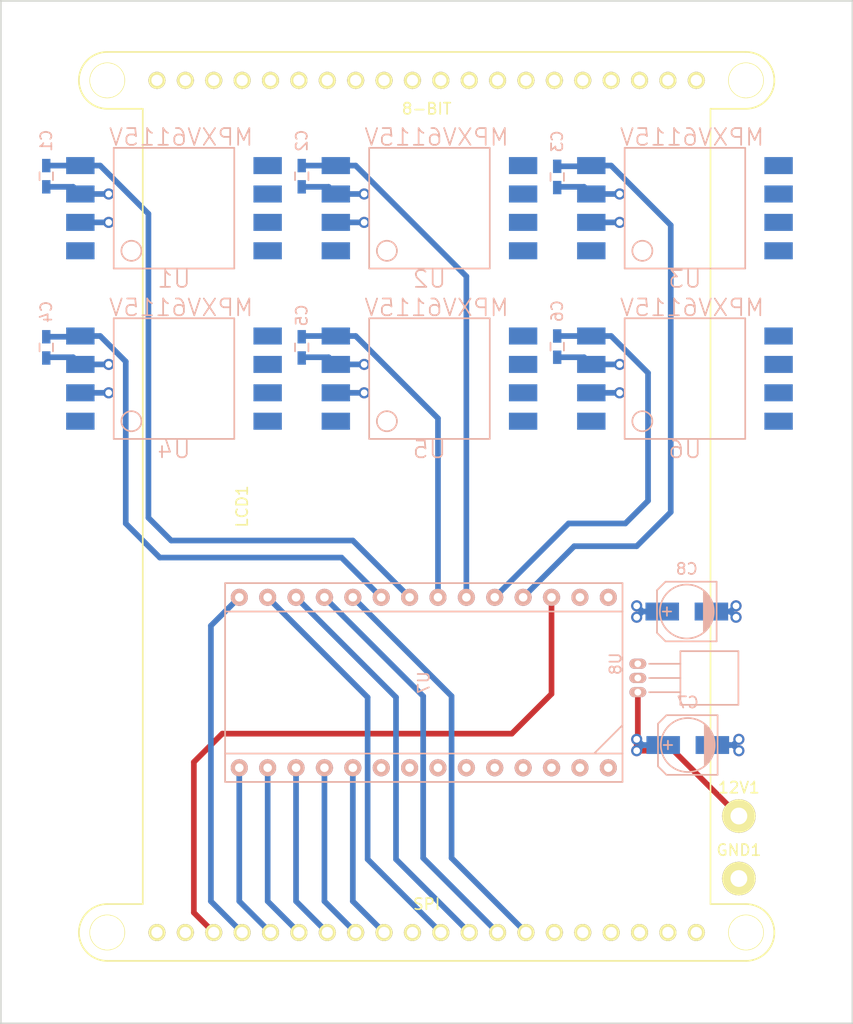
<source format=kicad_pcb>
(kicad_pcb (version 20221018) (generator pcbnew)
  (layers (0 "F.Cu" signal) (1 "In1.Cu" signal) (2 "In2.Cu" signal "GND_In2.Cu") (31 "B.Cu" signal) (34 "B.Paste" user) (35 "F.Paste" user) (36 "B.SilkS" user "B.Silkscreen") (37 "F.SilkS" user "F.Silkscreen") (38 "B.Mask" user) (39 "F.Mask" user) (44 "Edge.Cuts" user))
  (net 0 "")
  (net 1 "VAC1")
  (net 2 "GND")
  (net 3 "VAC3")
  (net 4 "VAC5")
  (net 5 "VAC2")
  (net 6 "VAC4")
  (net 7 "VAC6")
  (net 8 "+5V")
  (net 9 "Net-(LCD1-Pad10)")
  (net 10 "Net-(LCD1-Pad15)")
  (net 11 "Net-(LCD1-Pad16)")
  (net 12 "Net-(LCD1-Pad17)")
  (net 13 "Net-(LCD1-Pad18)")
  (net 14 "Net-(LCD1-Pad19)")
  (net 15 "Net-(LCD1-Pad20)")
  (net 16 "+3V3")
  (net 17 "LCD_CLK")
  (net 18 "LCD_MISO")
  (net 19 "LCD_MOSI")
  (net 20 "LCD_CS")
  (net 21 "LCD_D/C")
  (net 22 "LCD_RST")
  (net 23 "TOUCH_Y+")
  (net 24 "TOUCH_X+")
  (net 25 "TOUCH_Y-")
  (net 26 "TOUCH_X-")
  (net 27 "Net-(U1-Pad6)")
  (net 28 "Net-(U1-Pad7)")
  (net 29 "Net-(U1-Pad8)")
  (net 30 "Net-(U1-Pad5)")
  (net 31 "Net-(U1-Pad1)")
  (net 32 "Net-(U2-Pad6)")
  (net 33 "Net-(U2-Pad7)")
  (net 34 "Net-(U2-Pad8)")
  (net 35 "Net-(U2-Pad5)")
  (net 36 "Net-(U2-Pad1)")
  (net 37 "Net-(U3-Pad6)")
  (net 38 "Net-(U3-Pad7)")
  (net 39 "Net-(U3-Pad8)")
  (net 40 "Net-(U3-Pad5)")
  (net 41 "Net-(U3-Pad1)")
  (net 42 "Net-(U4-Pad6)")
  (net 43 "Net-(U4-Pad7)")
  (net 44 "Net-(U4-Pad8)")
  (net 45 "Net-(U4-Pad5)")
  (net 46 "Net-(U4-Pad1)")
  (net 47 "Net-(U5-Pad6)")
  (net 48 "Net-(U5-Pad7)")
  (net 49 "Net-(U5-Pad8)")
  (net 50 "Net-(U5-Pad5)")
  (net 51 "Net-(U5-Pad1)")
  (net 52 "Net-(U6-Pad6)")
  (net 53 "Net-(U6-Pad7)")
  (net 54 "Net-(U6-Pad8)")
  (net 55 "Net-(U6-Pad5)")
  (net 56 "Net-(U6-Pad1)")
  (net 57 "Net-(U7-Pad6)")
  (net 58 "Net-(U7-Pad5)")
  (net 59 "Net-(U7-Pad4)")
  (net 60 "Net-(U7-Pad3)")
  (net 61 "Net-(U7-Pad2)")
  (net 62 "Net-(U7-Pad7)")
  (net 63 "Net-(U7-Pad8)")
  (net 64 "Net-(U7-Pad9)")
  (net 65 "Net-(LCD1-Pad21)")
  (net 66 "Net-(LCD1-Pad22)")
  (net 67 "Net-(LCD1-Pad23)")
  (net 68 "Net-(LCD1-Pad24)")
  (net 69 "Net-(LCD1-Pad25)")
  (net 70 "Net-(LCD1-Pad26)")
  (net 71 "Net-(LCD1-Pad27)")
  (net 72 "Net-(LCD1-Pad28)")
  (net 73 "Net-(LCD1-Pad29)")
  (net 74 "Net-(LCD1-Pad30)")
  (net 75 "Net-(LCD1-Pad31)")
  (net 76 "Net-(LCD1-Pad32)")
  (net 77 "Net-(LCD1-Pad33)")
  (net 78 "Net-(LCD1-Pad34)")
  (net 79 "Net-(LCD1-Pad35)")
  (net 80 "Net-(LCD1-Pad36)")
  (net 81 "Net-(LCD1-Pad37)")
  (net 82 "Net-(LCD1-Pad38)")
  (net 83 "+12V")
  (footprint "NQBit:ADAFRUIT_LCD" (layer "F.Cu") (at 122.936 63.5 90)
    (fp_text reference "LCD1" (at 0 -16.51 90) (layer "F.SilkS"))
    (fp_text value "ILI9341_Adafruit")
    (fp_text user "SPI" (at -35.56 0) (layer "F.SilkS"))
    (fp_text user "8-BIT" (at 35.56 0 180) (layer "F.SilkS"))
    (fp_line (start -40.64 -28.575) (end -40.64 28.575) (stroke (width 0.15)) (layer "F.SilkS"))
    (fp_line (start -35.56 -28.575) (end -35.56 -25.4) (stroke (width 0.15)) (layer "F.SilkS"))
    (fp_line (start -35.56 28.575) (end -35.56 25.4) (stroke (width 0.15)) (layer "F.SilkS"))
    (fp_line (start 35.56 -28.575) (end 35.56 -25.4) (stroke (width 0.15)) (layer "F.SilkS"))
    (fp_line (start 35.56 -25.4) (end -35.56 -25.4) (stroke (width 0.15)) (layer "F.SilkS"))
    (fp_line (start 35.56 25.4) (end -35.56 25.4) (stroke (width 0.15)) (layer "F.SilkS"))
    (fp_line (start 35.56 25.4) (end 35.56 28.575) (stroke (width 0.15)) (layer "F.SilkS"))
    (fp_line (start 40.64 -28.575) (end 40.64 28.575) (stroke (width 0.15)) (layer "F.SilkS"))
    (fp_arc (start -40.64 -28.575) (mid -38.1 -31.115) (end -35.56 -28.575) (stroke (width 0.15)) (layer "F.SilkS"))
    (fp_arc (start -35.56 28.575) (mid -38.1 31.115) (end -40.64 28.575) (stroke (width 0.15)) (layer "F.SilkS"))
    (fp_arc (start 35.56 -28.575) (mid 38.1 -31.115) (end 40.64 -28.575) (stroke (width 0.15)) (layer "F.SilkS"))
    (fp_arc (start 40.64 28.575) (mid 38.1 31.115) (end 35.56 28.575) (stroke (width 0.15)) (layer "F.SilkS"))
    (fp_circle (center -38.1 -28.575) (end -38.1 -30.099) (stroke (width 0.15)) (fill none) (layer "F.SilkS"))
    (fp_circle (center -38.1 28.575) (end -38.1 27.051) (stroke (width 0.15)) (fill none) (layer "F.SilkS"))
    (fp_circle (center 38.1 -28.575) (end 38.1 -30.099) (stroke (width 0.15)) (fill none) (layer "F.SilkS"))
    (fp_circle (center 38.1 28.575) (end 38.1 27.051) (stroke (width 0.15)) (fill none) (layer "F.SilkS"))
    (pad "1" thru_hole circle (at -38.1 -24.13 90) (size 1.524 1.524) (drill 1) (layers "*.Cu" "*.Mask" "F.SilkS") (net 2 "GND"))
    (pad "2" thru_hole circle (at -38.1 -21.59 90) (size 1.524 1.524) (drill 1) (layers "*.Cu" "*.Mask" "F.SilkS") (net 8 "+5V"))
    (pad "3" thru_hole circle (at -38.1 -19.05 90) (size 1.524 1.524) (drill 1) (layers "*.Cu" "*.Mask" "F.SilkS") (net 16 "+3V3"))
    (pad "4" thru_hole circle (at -38.1 -16.51 90) (size 1.524 1.524) (drill 1) (layers "*.Cu" "*.Mask" "F.SilkS") (net 17 "LCD_CLK"))
    (pad "5" thru_hole circle (at -38.1 -13.97 90) (size 1.524 1.524) (drill 1) (layers "*.Cu" "*.Mask" "F.SilkS") (net 18 "LCD_MISO"))
    (pad "6" thru_hole circle (at -38.1 -11.43 90) (size 1.524 1.524) (drill 1) (layers "*.Cu" "*.Mask" "F.SilkS") (net 19 "LCD_MOSI"))
    (pad "7" thru_hole circle (at -38.1 -8.89 90) (size 1.524 1.524) (drill 1) (layers "*.Cu" "*.Mask" "F.SilkS") (net 20 "LCD_CS"))
    (pad "8" thru_hole circle (at -38.1 -6.35 90) (size 1.524 1.524) (drill 1) (layers "*.Cu" "*.Mask" "F.SilkS") (net 21 "LCD_D/C"))
    (pad "9" thru_hole circle (at -38.1 -3.81 90) (size 1.524 1.524) (drill 1) (layers "*.Cu" "*.Mask" "F.SilkS") (net 22 "LCD_RST"))
    (pad "10" thru_hole circle (at -38.1 -1.27 90) (size 1.524 1.524) (drill 1) (layers "*.Cu" "*.Mask" "F.SilkS") (net 9 "Net-(LCD1-Pad10)"))
    (pad "11" thru_hole circle (at -38.1 1.27 90) (size 1.524 1.524) (drill 1) (layers "*.Cu" "*.Mask" "F.SilkS") (net 23 "TOUCH_Y+"))
    (pad "12" thru_hole circle (at -38.1 3.81 90) (size 1.524 1.524) (drill 1) (layers "*.Cu" "*.Mask" "F.SilkS") (net 24 "TOUCH_X+"))
    (pad "13" thru_hole circle (at -38.1 6.35 90) (size 1.524 1.524) (drill 1) (layers "*.Cu" "*.Mask" "F.SilkS") (net 25 "TOUCH_Y-"))
    (pad "14" thru_hole circle (at -38.1 8.89 90) (size 1.524 1.524) (drill 1) (layers "*.Cu" "*.Mask" "F.SilkS") (net 26 "TOUCH_X-"))
    (pad "15" thru_hole circle (at -38.1 11.43 90) (size 1.524 1.524) (drill 1) (layers "*.Cu" "*.Mask" "F.SilkS") (net 10 "Net-(LCD1-Pad15)"))
    (pad "16" thru_hole circle (at -38.1 13.97 90) (size 1.524 1.524) (drill 1) (layers "*.Cu" "*.Mask" "F.SilkS") (net 11 "Net-(LCD1-Pad16)"))
    (pad "17" thru_hole circle (at -38.1 16.51 90) (size 1.524 1.524) (drill 1) (layers "*.Cu" "*.Mask" "F.SilkS") (net 12 "Net-(LCD1-Pad17)"))
    (pad "18" thru_hole circle (at -38.1 19.05 90) (size 1.524 1.524) (drill 1) (layers "*.Cu" "*.Mask" "F.SilkS") (net 13 "Net-(LCD1-Pad18)"))
    (pad "19" thru_hole circle (at -38.1 21.59 90) (size 1.524 1.524) (drill 1) (layers "*.Cu" "*.Mask" "F.SilkS") (net 14 "Net-(LCD1-Pad19)"))
    (pad "20" thru_hole circle (at -38.1 24.13 90) (size 1.524 1.524) (drill 1) (layers "*.Cu" "*.Mask" "F.SilkS") (net 15 "Net-(LCD1-Pad20)"))
    (pad "21" thru_hole circle (at 38.1 24.13 90) (size 1.524 1.524) (drill 1) (layers "*.Cu" "*.Mask" "F.SilkS") (net 65 "Net-(LCD1-Pad21)"))
    (pad "22" thru_hole circle (at 38.1 21.59 90) (size 1.524 1.524) (drill 1) (layers "*.Cu" "*.Mask" "F.SilkS") (net 66 "Net-(LCD1-Pad22)"))
    (pad "23" thru_hole circle (at 38.1 19.05 90) (size 1.524 1.524) (drill 1) (layers "*.Cu" "*.Mask" "F.SilkS") (net 67 "Net-(LCD1-Pad23)"))
    (pad "24" thru_hole circle (at 38.1 16.51 90) (size 1.524 1.524) (drill 1) (layers "*.Cu" "*.Mask" "F.SilkS") (net 68 "Net-(LCD1-Pad24)"))
    (pad "25" thru_hole circle (at 38.1 13.97 90) (size 1.524 1.524) (drill 1) (layers "*.Cu" "*.Mask" "F.SilkS") (net 69 "Net-(LCD1-Pad25)"))
    (pad "26" thru_hole circle (at 38.1 11.43 90) (size 1.524 1.524) (drill 1) (layers "*.Cu" "*.Mask" "F.SilkS") (net 70 "Net-(LCD1-Pad26)"))
    (pad "27" thru_hole circle (at 38.1 8.89 90) (size 1.524 1.524) (drill 1) (layers "*.Cu" "*.Mask" "F.SilkS") (net 71 "Net-(LCD1-Pad27)"))
    (pad "28" thru_hole circle (at 38.1 6.35 90) (size 1.524 1.524) (drill 1) (layers "*.Cu" "*.Mask" "F.SilkS") (net 72 "Net-(LCD1-Pad28)"))
    (pad "29" thru_hole circle (at 38.1 3.81 90) (size 1.524 1.524) (drill 1) (layers "*.Cu" "*.Mask" "F.SilkS") (net 73 "Net-(LCD1-Pad29)"))
    (pad "30" thru_hole circle (at 38.1 1.27 90) (size 1.524 1.524) (drill 1) (layers "*.Cu" "*.Mask" "F.SilkS") (net 74 "Net-(LCD1-Pad30)"))
    (pad "31" thru_hole circle (at 38.1 -1.27 90) (size 1.524 1.524) (drill 1) (layers "*.Cu" "*.Mask" "F.SilkS") (net 75 "Net-(LCD1-Pad31)"))
    (pad "32" thru_hole circle (at 38.1 -3.81 90) (size 1.524 1.524) (drill 1) (layers "*.Cu" "*.Mask" "F.SilkS") (net 76 "Net-(LCD1-Pad32)"))
    (pad "33" thru_hole circle (at 38.1 -6.35 90) (size 1.524 1.524) (drill 1) (layers "*.Cu" "*.Mask" "F.SilkS") (net 77 "Net-(LCD1-Pad33)"))
    (pad "34" thru_hole circle (at 38.1 -8.89 90) (size 1.524 1.524) (drill 1) (layers "*.Cu" "*.Mask" "F.SilkS") (net 78 "Net-(LCD1-Pad34)"))
    (pad "35" thru_hole circle (at 38.1 -11.43 90) (size 1.524 1.524) (drill 1) (layers "*.Cu" "*.Mask" "F.SilkS") (net 79 "Net-(LCD1-Pad35)"))
    (pad "36" thru_hole circle (at 38.1 -13.97 90) (size 1.524 1.524) (drill 1) (layers "*.Cu" "*.Mask" "F.SilkS") (net 80 "Net-(LCD1-Pad36)"))
    (pad "37" thru_hole circle (at 38.1 -16.51 90) (size 1.524 1.524) (drill 1) (layers "*.Cu" "*.Mask" "F.SilkS") (net 81 "Net-(LCD1-Pad37)"))
    (pad "38" thru_hole circle (at 38.1 -19.05 90) (size 1.524 1.524) (drill 1) (layers "*.Cu" "*.Mask" "F.SilkS") (net 82 "Net-(LCD1-Pad38)"))
    (pad "39" thru_hole circle (at 38.1 -21.59 90) (size 1.524 1.524) (drill 1) (layers "*.Cu" "*.Mask" "F.SilkS") (net 8 "+5V"))
    (pad "40" thru_hole circle (at 38.1 -24.13 90) (size 1.524 1.524) (drill 1) (layers "*.Cu" "*.Mask" "F.SilkS") (net 2 "GND"))
    (pad "MECH" thru_hole circle (at -38.1 -28.575 90) (size 3.048 3.048) (drill 3.048) (layers "*.Cu" "*.Mask" "F.SilkS"))
    (pad "MECH" thru_hole circle (at -38.1 28.575 90) (size 3.048 3.048) (drill 3.048) (layers "*.Cu" "*.Mask" "F.SilkS"))
    (pad "MECH" thru_hole circle (at 38.1 -28.575 90) (size 3.048 3.048) (drill 3.048) (layers "*.Cu" "*.Mask" "F.SilkS"))
    (pad "MECH" thru_hole circle (at 38.1 28.575 90) (size 3.048 3.048) (drill 3.048) (layers "*.Cu" "*.Mask" "F.SilkS"))
  )
  (footprint "Measurement_Points:Measurement_Point_Round-TH_Big" (layer "F.Cu") (at 150.876 96.774)
    (fp_text reference "GND1" (at 0 -2.54) (layer "F.SilkS"))
    (fp_text value "GND")
    (pad "1" thru_hole circle (at 0 0) (size 2.99974 2.99974) (drill 1.50114) (layers "*.Cu" "*.Mask" "F.SilkS") (net 2 "GND"))
  )
  (footprint "Measurement_Points:Measurement_Point_Round-TH_Big" (layer "F.Cu") (at 150.876 91.186)
    (fp_text reference "12V1" (at 0 -2.54) (layer "F.SilkS"))
    (fp_text value "12V")
    (pad "1" thru_hole circle (at 0 0) (size 2.99974 2.99974) (drill 1.50114) (layers "*.Cu" "*.Mask" "F.SilkS") (net 83 "+12V"))
  )
  (footprint "Capacitors_SMD:C_0603_HandSoldering" (layer "B.Cu") (at 88.9 33.97 -90)
    (fp_text reference "C1" (at -3.175 0 270) (layer "B.SilkS") (effects (justify mirror)))
    (fp_text value "100nF")
    (fp_line (start -0.35 0.6) (end 0.35 0.6) (stroke (width 0.15)) (layer "B.SilkS"))
    (fp_line (start 0.35 -0.6) (end -0.35 -0.6) (stroke (width 0.15)) (layer "B.SilkS"))
    (pad "1" smd rect (at -0.95 0 270) (size 1.2 0.75) (layers "B.Cu" "B.Paste" "B.Mask") (net 1 "VAC1"))
    (pad "2" smd rect (at 0.95 0 270) (size 1.2 0.75) (layers "B.Cu" "B.Paste" "B.Mask") (net 2 "GND"))
  )
  (footprint "Capacitors_SMD:C_0603_HandSoldering" (layer "B.Cu") (at 111.76 33.97 -90)
    (fp_text reference "C2" (at -3.175 0 270) (layer "B.SilkS") (effects (justify mirror)))
    (fp_text value "100nF")
    (fp_line (start -0.35 0.6) (end 0.35 0.6) (stroke (width 0.15)) (layer "B.SilkS"))
    (fp_line (start 0.35 -0.6) (end -0.35 -0.6) (stroke (width 0.15)) (layer "B.SilkS"))
    (pad "1" smd rect (at -0.95 0 270) (size 1.2 0.75) (layers "B.Cu" "B.Paste" "B.Mask") (net 5 "VAC2"))
    (pad "2" smd rect (at 0.95 0 270) (size 1.2 0.75) (layers "B.Cu" "B.Paste" "B.Mask") (net 2 "GND"))
  )
  (footprint "Capacitors_SMD:C_0603_HandSoldering" (layer "B.Cu") (at 134.62 34.036 -90)
    (fp_text reference "C3" (at -3.175 0 270) (layer "B.SilkS") (effects (justify mirror)))
    (fp_text value "100nF")
    (fp_line (start -0.35 0.6) (end 0.35 0.6) (stroke (width 0.15)) (layer "B.SilkS"))
    (fp_line (start 0.35 -0.6) (end -0.35 -0.6) (stroke (width 0.15)) (layer "B.SilkS"))
    (pad "1" smd rect (at -0.95 0 270) (size 1.2 0.75) (layers "B.Cu" "B.Paste" "B.Mask") (net 3 "VAC3"))
    (pad "2" smd rect (at 0.95 0 270) (size 1.2 0.75) (layers "B.Cu" "B.Paste" "B.Mask") (net 2 "GND"))
  )
  (footprint "Capacitors_SMD:C_0603_HandSoldering" (layer "B.Cu") (at 88.9 49.276 -90)
    (fp_text reference "C4" (at -3.175 0 270) (layer "B.SilkS") (effects (justify mirror)))
    (fp_text value "100nF")
    (fp_line (start -0.35 0.6) (end 0.35 0.6) (stroke (width 0.15)) (layer "B.SilkS"))
    (fp_line (start 0.35 -0.6) (end -0.35 -0.6) (stroke (width 0.15)) (layer "B.SilkS"))
    (pad "1" smd rect (at -0.95 0 270) (size 1.2 0.75) (layers "B.Cu" "B.Paste" "B.Mask") (net 6 "VAC4"))
    (pad "2" smd rect (at 0.95 0 270) (size 1.2 0.75) (layers "B.Cu" "B.Paste" "B.Mask") (net 2 "GND"))
  )
  (footprint "Capacitors_SMD:C_0603_HandSoldering" (layer "B.Cu") (at 111.76 49.276 -90)
    (fp_text reference "C5" (at -2.855 0 270) (layer "B.SilkS") (effects (justify mirror)))
    (fp_text value "100nF")
    (fp_line (start -0.35 0.6) (end 0.35 0.6) (stroke (width 0.15)) (layer "B.SilkS"))
    (fp_line (start 0.35 -0.6) (end -0.35 -0.6) (stroke (width 0.15)) (layer "B.SilkS"))
    (pad "1" smd rect (at -0.95 0 270) (size 1.2 0.75) (layers "B.Cu" "B.Paste" "B.Mask") (net 4 "VAC5"))
    (pad "2" smd rect (at 0.95 0 270) (size 1.2 0.75) (layers "B.Cu" "B.Paste" "B.Mask") (net 2 "GND"))
  )
  (footprint "Capacitors_SMD:C_0603_HandSoldering" (layer "B.Cu") (at 134.62 49.21 -90)
    (fp_text reference "C6" (at -3.175 0 270) (layer "B.SilkS") (effects (justify mirror)))
    (fp_text value "100nF")
    (fp_line (start -0.35 0.6) (end 0.35 0.6) (stroke (width 0.15)) (layer "B.SilkS"))
    (fp_line (start 0.35 -0.6) (end -0.35 -0.6) (stroke (width 0.15)) (layer "B.SilkS"))
    (pad "1" smd rect (at -0.95 0 270) (size 1.2 0.75) (layers "B.Cu" "B.Paste" "B.Mask") (net 7 "VAC6"))
    (pad "2" smd rect (at 0.95 0 270) (size 1.2 0.75) (layers "B.Cu" "B.Paste" "B.Mask") (net 2 "GND"))
  )
  (footprint "NQBit:MPXV6115V" (layer "B.Cu") (at 100.33 36.83)
    (fp_text reference "U1" (at 0 6.35) (layer "B.SilkS") (effects (font (size 1.5 1.5)) (justify mirror)))
    (fp_text value "MPXV6115V" (at 0.635 -6.35) (layer "B.SilkS") (effects (font (size 1.5 1.5)) (justify mirror)))
    (fp_line (start -5.395 -5.395) (end -5.395 5.395) (stroke (width 0.15)) (layer "B.SilkS"))
    (fp_line (start -5.395 5.395) (end 5.395 5.395) (stroke (width 0.15)) (layer "B.SilkS"))
    (fp_line (start 5.395 -5.395) (end -5.395 -5.395) (stroke (width 0.15)) (layer "B.SilkS"))
    (fp_line (start 5.395 5.395) (end 5.395 -5.395) (stroke (width 0.15)) (layer "B.SilkS"))
    (fp_circle (center -3.81 3.81) (end -3.175 4.445) (stroke (width 0.15)) (fill none) (layer "B.SilkS"))
    (pad "1" smd rect (at -8.38 3.81) (size 2.54 1.524) (layers "B.Cu" "B.Paste" "B.Mask") (net 31 "Net-(U1-Pad1)"))
    (pad "2" smd rect (at -8.38 1.27) (size 2.54 1.524) (layers "B.Cu" "B.Paste" "B.Mask") (net 8 "+5V"))
    (pad "3" smd rect (at -8.38 -1.27) (size 2.54 1.524) (layers "B.Cu" "B.Paste" "B.Mask") (net 2 "GND"))
    (pad "4" smd rect (at -8.38 -3.81) (size 2.54 1.524) (layers "B.Cu" "B.Paste" "B.Mask") (net 1 "VAC1"))
    (pad "5" smd rect (at 8.38 -3.81) (size 2.54 1.524) (layers "B.Cu" "B.Paste" "B.Mask") (net 30 "Net-(U1-Pad5)"))
    (pad "6" smd rect (at 8.38 -1.27) (size 2.54 1.524) (layers "B.Cu" "B.Paste" "B.Mask") (net 27 "Net-(U1-Pad6)"))
    (pad "7" smd rect (at 8.38 1.27) (size 2.54 1.524) (layers "B.Cu" "B.Paste" "B.Mask") (net 28 "Net-(U1-Pad7)"))
    (pad "8" smd rect (at 8.38 3.81) (size 2.54 1.524) (layers "B.Cu" "B.Paste" "B.Mask") (net 29 "Net-(U1-Pad8)"))
  )
  (footprint "NQBit:MPXV6115V" (layer "B.Cu") (at 123.19 36.83)
    (fp_text reference "U2" (at 0 6.35) (layer "B.SilkS") (effects (font (size 1.5 1.5)) (justify mirror)))
    (fp_text value "MPXV6115V" (at 0.635 -6.35) (layer "B.SilkS") (effects (font (size 1.5 1.5)) (justify mirror)))
    (fp_line (start -5.395 -5.395) (end -5.395 5.395) (stroke (width 0.15)) (layer "B.SilkS"))
    (fp_line (start -5.395 5.395) (end 5.395 5.395) (stroke (width 0.15)) (layer "B.SilkS"))
    (fp_line (start 5.395 -5.395) (end -5.395 -5.395) (stroke (width 0.15)) (layer "B.SilkS"))
    (fp_line (start 5.395 5.395) (end 5.395 -5.395) (stroke (width 0.15)) (layer "B.SilkS"))
    (fp_circle (center -3.81 3.81) (end -3.175 4.445) (stroke (width 0.15)) (fill none) (layer "B.SilkS"))
    (pad "1" smd rect (at -8.38 3.81) (size 2.54 1.524) (layers "B.Cu" "B.Paste" "B.Mask") (net 36 "Net-(U2-Pad1)"))
    (pad "2" smd rect (at -8.38 1.27) (size 2.54 1.524) (layers "B.Cu" "B.Paste" "B.Mask") (net 8 "+5V"))
    (pad "3" smd rect (at -8.38 -1.27) (size 2.54 1.524) (layers "B.Cu" "B.Paste" "B.Mask") (net 2 "GND"))
    (pad "4" smd rect (at -8.38 -3.81) (size 2.54 1.524) (layers "B.Cu" "B.Paste" "B.Mask") (net 5 "VAC2"))
    (pad "5" smd rect (at 8.38 -3.81) (size 2.54 1.524) (layers "B.Cu" "B.Paste" "B.Mask") (net 35 "Net-(U2-Pad5)"))
    (pad "6" smd rect (at 8.38 -1.27) (size 2.54 1.524) (layers "B.Cu" "B.Paste" "B.Mask") (net 32 "Net-(U2-Pad6)"))
    (pad "7" smd rect (at 8.38 1.27) (size 2.54 1.524) (layers "B.Cu" "B.Paste" "B.Mask") (net 33 "Net-(U2-Pad7)"))
    (pad "8" smd rect (at 8.38 3.81) (size 2.54 1.524) (layers "B.Cu" "B.Paste" "B.Mask") (net 34 "Net-(U2-Pad8)"))
  )
  (footprint "NQBit:MPXV6115V" (layer "B.Cu") (at 146.05 36.83)
    (fp_text reference "U3" (at 0 6.35) (layer "B.SilkS") (effects (font (size 1.5 1.5)) (justify mirror)))
    (fp_text value "MPXV6115V" (at 0.635 -6.35) (layer "B.SilkS") (effects (font (size 1.5 1.5)) (justify mirror)))
    (fp_line (start -5.395 -5.395) (end -5.395 5.395) (stroke (width 0.15)) (layer "B.SilkS"))
    (fp_line (start -5.395 5.395) (end 5.395 5.395) (stroke (width 0.15)) (layer "B.SilkS"))
    (fp_line (start 5.395 -5.395) (end -5.395 -5.395) (stroke (width 0.15)) (layer "B.SilkS"))
    (fp_line (start 5.395 5.395) (end 5.395 -5.395) (stroke (width 0.15)) (layer "B.SilkS"))
    (fp_circle (center -3.81 3.81) (end -3.175 4.445) (stroke (width 0.15)) (fill none) (layer "B.SilkS"))
    (pad "1" smd rect (at -8.38 3.81) (size 2.54 1.524) (layers "B.Cu" "B.Paste" "B.Mask") (net 41 "Net-(U3-Pad1)"))
    (pad "2" smd rect (at -8.38 1.27) (size 2.54 1.524) (layers "B.Cu" "B.Paste" "B.Mask") (net 8 "+5V"))
    (pad "3" smd rect (at -8.38 -1.27) (size 2.54 1.524) (layers "B.Cu" "B.Paste" "B.Mask") (net 2 "GND"))
    (pad "4" smd rect (at -8.38 -3.81) (size 2.54 1.524) (layers "B.Cu" "B.Paste" "B.Mask") (net 3 "VAC3"))
    (pad "5" smd rect (at 8.38 -3.81) (size 2.54 1.524) (layers "B.Cu" "B.Paste" "B.Mask") (net 40 "Net-(U3-Pad5)"))
    (pad "6" smd rect (at 8.38 -1.27) (size 2.54 1.524) (layers "B.Cu" "B.Paste" "B.Mask") (net 37 "Net-(U3-Pad6)"))
    (pad "7" smd rect (at 8.38 1.27) (size 2.54 1.524) (layers "B.Cu" "B.Paste" "B.Mask") (net 38 "Net-(U3-Pad7)"))
    (pad "8" smd rect (at 8.38 3.81) (size 2.54 1.524) (layers "B.Cu" "B.Paste" "B.Mask") (net 39 "Net-(U3-Pad8)"))
  )
  (footprint "NQBit:MPXV6115V" (layer "B.Cu") (at 100.33 52.07)
    (fp_text reference "U4" (at 0 6.35) (layer "B.SilkS") (effects (font (size 1.5 1.5)) (justify mirror)))
    (fp_text value "MPXV6115V" (at 0.635 -6.35) (layer "B.SilkS") (effects (font (size 1.5 1.5)) (justify mirror)))
    (fp_line (start -5.395 -5.395) (end -5.395 5.395) (stroke (width 0.15)) (layer "B.SilkS"))
    (fp_line (start -5.395 5.395) (end 5.395 5.395) (stroke (width 0.15)) (layer "B.SilkS"))
    (fp_line (start 5.395 -5.395) (end -5.395 -5.395) (stroke (width 0.15)) (layer "B.SilkS"))
    (fp_line (start 5.395 5.395) (end 5.395 -5.395) (stroke (width 0.15)) (layer "B.SilkS"))
    (fp_circle (center -3.81 3.81) (end -3.175 4.445) (stroke (width 0.15)) (fill none) (layer "B.SilkS"))
    (pad "1" smd rect (at -8.38 3.81) (size 2.54 1.524) (layers "B.Cu" "B.Paste" "B.Mask") (net 46 "Net-(U4-Pad1)"))
    (pad "2" smd rect (at -8.38 1.27) (size 2.54 1.524) (layers "B.Cu" "B.Paste" "B.Mask") (net 8 "+5V"))
    (pad "3" smd rect (at -8.38 -1.27) (size 2.54 1.524) (layers "B.Cu" "B.Paste" "B.Mask") (net 2 "GND"))
    (pad "4" smd rect (at -8.38 -3.81) (size 2.54 1.524) (layers "B.Cu" "B.Paste" "B.Mask") (net 6 "VAC4"))
    (pad "5" smd rect (at 8.38 -3.81) (size 2.54 1.524) (layers "B.Cu" "B.Paste" "B.Mask") (net 45 "Net-(U4-Pad5)"))
    (pad "6" smd rect (at 8.38 -1.27) (size 2.54 1.524) (layers "B.Cu" "B.Paste" "B.Mask") (net 42 "Net-(U4-Pad6)"))
    (pad "7" smd rect (at 8.38 1.27) (size 2.54 1.524) (layers "B.Cu" "B.Paste" "B.Mask") (net 43 "Net-(U4-Pad7)"))
    (pad "8" smd rect (at 8.38 3.81) (size 2.54 1.524) (layers "B.Cu" "B.Paste" "B.Mask") (net 44 "Net-(U4-Pad8)"))
  )
  (footprint "NQBit:MPXV6115V" (layer "B.Cu") (at 123.19 52.07)
    (fp_text reference "U5" (at 0 6.35) (layer "B.SilkS") (effects (font (size 1.5 1.5)) (justify mirror)))
    (fp_text value "MPXV6115V" (at 0.635 -6.35) (layer "B.SilkS") (effects (font (size 1.5 1.5)) (justify mirror)))
    (fp_line (start -5.395 -5.395) (end -5.395 5.395) (stroke (width 0.15)) (layer "B.SilkS"))
    (fp_line (start -5.395 5.395) (end 5.395 5.395) (stroke (width 0.15)) (layer "B.SilkS"))
    (fp_line (start 5.395 -5.395) (end -5.395 -5.395) (stroke (width 0.15)) (layer "B.SilkS"))
    (fp_line (start 5.395 5.395) (end 5.395 -5.395) (stroke (width 0.15)) (layer "B.SilkS"))
    (fp_circle (center -3.81 3.81) (end -3.175 4.445) (stroke (width 0.15)) (fill none) (layer "B.SilkS"))
    (pad "1" smd rect (at -8.38 3.81) (size 2.54 1.524) (layers "B.Cu" "B.Paste" "B.Mask") (net 51 "Net-(U5-Pad1)"))
    (pad "2" smd rect (at -8.38 1.27) (size 2.54 1.524) (layers "B.Cu" "B.Paste" "B.Mask") (net 8 "+5V"))
    (pad "3" smd rect (at -8.38 -1.27) (size 2.54 1.524) (layers "B.Cu" "B.Paste" "B.Mask") (net 2 "GND"))
    (pad "4" smd rect (at -8.38 -3.81) (size 2.54 1.524) (layers "B.Cu" "B.Paste" "B.Mask") (net 4 "VAC5"))
    (pad "5" smd rect (at 8.38 -3.81) (size 2.54 1.524) (layers "B.Cu" "B.Paste" "B.Mask") (net 50 "Net-(U5-Pad5)"))
    (pad "6" smd rect (at 8.38 -1.27) (size 2.54 1.524) (layers "B.Cu" "B.Paste" "B.Mask") (net 47 "Net-(U5-Pad6)"))
    (pad "7" smd rect (at 8.38 1.27) (size 2.54 1.524) (layers "B.Cu" "B.Paste" "B.Mask") (net 48 "Net-(U5-Pad7)"))
    (pad "8" smd rect (at 8.38 3.81) (size 2.54 1.524) (layers "B.Cu" "B.Paste" "B.Mask") (net 49 "Net-(U5-Pad8)"))
  )
  (footprint "NQBit:MPXV6115V" (layer "B.Cu") (at 146.05 52.07)
    (fp_text reference "U6" (at 0 6.35) (layer "B.SilkS") (effects (font (size 1.5 1.5)) (justify mirror)))
    (fp_text value "MPXV6115V" (at 0.635 -6.35) (layer "B.SilkS") (effects (font (size 1.5 1.5)) (justify mirror)))
    (fp_line (start -5.395 -5.395) (end -5.395 5.395) (stroke (width 0.15)) (layer "B.SilkS"))
    (fp_line (start -5.395 5.395) (end 5.395 5.395) (stroke (width 0.15)) (layer "B.SilkS"))
    (fp_line (start 5.395 -5.395) (end -5.395 -5.395) (stroke (width 0.15)) (layer "B.SilkS"))
    (fp_line (start 5.395 5.395) (end 5.395 -5.395) (stroke (width 0.15)) (layer "B.SilkS"))
    (fp_circle (center -3.81 3.81) (end -3.175 4.445) (stroke (width 0.15)) (fill none) (layer "B.SilkS"))
    (pad "1" smd rect (at -8.38 3.81) (size 2.54 1.524) (layers "B.Cu" "B.Paste" "B.Mask") (net 56 "Net-(U6-Pad1)"))
    (pad "2" smd rect (at -8.38 1.27) (size 2.54 1.524) (layers "B.Cu" "B.Paste" "B.Mask") (net 8 "+5V"))
    (pad "3" smd rect (at -8.38 -1.27) (size 2.54 1.524) (layers "B.Cu" "B.Paste" "B.Mask") (net 2 "GND"))
    (pad "4" smd rect (at -8.38 -3.81) (size 2.54 1.524) (layers "B.Cu" "B.Paste" "B.Mask") (net 7 "VAC6"))
    (pad "5" smd rect (at 8.38 -3.81) (size 2.54 1.524) (layers "B.Cu" "B.Paste" "B.Mask") (net 55 "Net-(U6-Pad5)"))
    (pad "6" smd rect (at 8.38 -1.27) (size 2.54 1.524) (layers "B.Cu" "B.Paste" "B.Mask") (net 52 "Net-(U6-Pad6)"))
    (pad "7" smd rect (at 8.38 1.27) (size 2.54 1.524) (layers "B.Cu" "B.Paste" "B.Mask") (net 53 "Net-(U6-Pad7)"))
    (pad "8" smd rect (at 8.38 3.81) (size 2.54 1.524) (layers "B.Cu" "B.Paste" "B.Mask") (net 54 "Net-(U6-Pad8)"))
  )
  (footprint "NQBit:TEENSY_3.2" (layer "B.Cu") (at 122.682 79.248 90)
    (fp_text reference "U7" (at 0 0 90) (layer "B.SilkS") (effects (justify mirror)))
    (fp_text value "TEENSY_3.2")
    (fp_line (start -8.89 -17.78) (end -6.35 -17.78) (stroke (width 0.15)) (layer "B.SilkS"))
    (fp_line (start -8.89 17.78) (end -8.89 -17.78) (stroke (width 0.15)) (layer "B.SilkS"))
    (fp_line (start -8.89 17.78) (end -6.35 17.78) (stroke (width 0.15)) (layer "B.SilkS"))
    (fp_line (start -6.35 -17.78) (end -6.35 17.78) (stroke (width 0.15)) (layer "B.SilkS"))
    (fp_line (start -6.35 -17.78) (end 6.35 -17.78) (stroke (width 0.15)) (layer "B.SilkS"))
    (fp_line (start -6.35 17.78) (end 6.35 17.78) (stroke (width 0.15)) (layer "B.SilkS"))
    (fp_line (start -3.81 17.78) (end -6.35 15.24) (stroke (width 0.15)) (layer "B.SilkS"))
    (fp_line (start 6.35 -17.78) (end 6.35 17.78) (stroke (width 0.15)) (layer "B.SilkS"))
    (fp_line (start 6.35 17.78) (end 8.89 17.78) (stroke (width 0.15)) (layer "B.SilkS"))
    (fp_line (start 8.89 -17.78) (end 6.35 -17.78) (stroke (width 0.15)) (layer "B.SilkS"))
    (fp_line (start 8.89 17.78) (end 8.89 -17.78) (stroke (width 0.15)) (layer "B.SilkS"))
    (pad "1" thru_hole circle (at -7.62 16.51 90) (size 1.524 1.524) (drill 0.762) (layers "*.Cu" "*.Mask" "B.SilkS") (net 2 "GND"))
    (pad "2" thru_hole circle (at -7.62 13.97 90) (size 1.524 1.524) (drill 0.762) (layers "*.Cu" "*.Mask" "B.SilkS") (net 61 "Net-(U7-Pad2)"))
    (pad "3" thru_hole circle (at -7.62 11.43 90) (size 1.524 1.524) (drill 0.762) (layers "*.Cu" "*.Mask" "B.SilkS") (net 60 "Net-(U7-Pad3)"))
    (pad "4" thru_hole circle (at -7.62 8.89 90) (size 1.524 1.524) (drill 0.762) (layers "*.Cu" "*.Mask" "B.SilkS") (net 59 "Net-(U7-Pad4)"))
    (pad "5" thru_hole circle (at -7.62 6.35 90) (size 1.524 1.524) (drill 0.762) (layers "*.Cu" "*.Mask" "B.SilkS") (net 58 "Net-(U7-Pad5)"))
    (pad "6" thru_hole circle (at -7.62 3.81 90) (size 1.524 1.524) (drill 0.762) (layers "*.Cu" "*.Mask" "B.SilkS") (net 57 "Net-(U7-Pad6)"))
    (pad "7" thru_hole circle (at -7.62 1.27 90) (size 1.524 1.524) (drill 0.762) (layers "*.Cu" "*.Mask" "B.SilkS") (net 62 "Net-(U7-Pad7)"))
    (pad "8" thru_hole circle (at -7.62 -1.27 90) (size 1.524 1.524) (drill 0.762) (layers "*.Cu" "*.Mask" "B.SilkS") (net 63 "Net-(U7-Pad8)"))
    (pad "9" thru_hole circle (at -7.62 -3.81 90) (size 1.524 1.524) (drill 0.762) (layers "*.Cu" "*.Mask" "B.SilkS") (net 64 "Net-(U7-Pad9)"))
    (pad "10" thru_hole circle (at -7.62 -6.35 90) (size 1.524 1.524) (drill 0.762) (layers "*.Cu" "*.Mask" "B.SilkS") (net 22 "LCD_RST"))
    (pad "11" thru_hole circle (at -7.62 -8.89 90) (size 1.524 1.524) (drill 0.762) (layers "*.Cu" "*.Mask" "B.SilkS") (net 21 "LCD_D/C"))
    (pad "12" thru_hole circle (at -7.62 -11.43 90) (size 1.524 1.524) (drill 0.762) (layers "*.Cu" "*.Mask" "B.SilkS") (net 20 "LCD_CS"))
    (pad "13" thru_hole circle (at -7.62 -13.97 90) (size 1.524 1.524) (drill 0.762) (layers "*.Cu" "*.Mask" "B.SilkS") (net 19 "LCD_MOSI"))
    (pad "14" thru_hole circle (at -7.62 -16.51 90) (size 1.524 1.524) (drill 0.762) (layers "*.Cu" "*.Mask" "B.SilkS") (net 18 "LCD_MISO"))
    (pad "15" thru_hole circle (at 7.62 -16.51 90) (size 1.524 1.524) (drill 0.762) (layers "*.Cu" "*.Mask" "B.SilkS") (net 17 "LCD_CLK"))
    (pad "16" thru_hole circle (at 7.62 -13.97 90) (size 1.524 1.524) (drill 0.762) (layers "*.Cu" "*.Mask" "B.SilkS") (net 23 "TOUCH_Y+"))
    (pad "17" thru_hole circle (at 7.62 -11.43 90) (size 1.524 1.524) (drill 0.762) (layers "*.Cu" "*.Mask" "B.SilkS") (net 24 "TOUCH_X+"))
    (pad "18" thru_hole circle (at 7.62 -8.89 90) (size 1.524 1.524) (drill 0.762) (layers "*.Cu" "*.Mask" "B.SilkS") (net 25 "TOUCH_Y-"))
    (pad "19" thru_hole circle (at 7.62 -6.35 90) (size 1.524 1.524) (drill 0.762) (layers "*.Cu" "*.Mask" "B.SilkS") (net 26 "TOUCH_X-"))
    (pad "20" thru_hole circle (at 7.62 -3.81 90) (size 1.524 1.524) (drill 0.762) (layers "*.Cu" "*.Mask" "B.SilkS") (net 6 "VAC4"))
    (pad "21" thru_hole circle (at 7.62 -1.27 90) (size 1.524 1.524) (drill 0.762) (layers "*.Cu" "*.Mask" "B.SilkS") (net 1 "VAC1"))
    (pad "22" thru_hole circle (at 7.62 1.27 90) (size 1.524 1.524) (drill 0.762) (layers "*.Cu" "*.Mask" "B.SilkS") (net 4 "VAC5"))
    (pad "23" thru_hole circle (at 7.62 3.81 90) (size 1.524 1.524) (drill 0.762) (layers "*.Cu" "*.Mask" "B.SilkS") (net 5 "VAC2"))
    (pad "24" thru_hole circle (at 7.62 6.35 90) (size 1.524 1.524) (drill 0.762) (layers "*.Cu" "*.Mask" "B.SilkS") (net 7 "VAC6"))
    (pad "25" thru_hole circle (at 7.62 8.89 90) (size 1.524 1.524) (drill 0.762) (layers "*.Cu" "*.Mask" "B.SilkS") (net 3 "VAC3"))
    (pad "26" thru_hole circle (at 7.62 11.43 90) (size 1.524 1.524) (drill 0.762) (layers "*.Cu" "*.Mask" "B.SilkS") (net 16 "+3V3"))
    (pad "27" thru_hole circle (at 7.62 13.97 90) (size 1.524 1.524) (drill 0.762) (layers "*.Cu" "*.Mask" "B.SilkS") (net 2 "GND"))
    (pad "28" thru_hole circle (at 7.62 16.51 90) (size 1.524 1.524) (drill 0.762) (layers "*.Cu" "*.Mask" "B.SilkS") (net 8 "+5V"))
  )
  (footprint "TO_SOT_Packages_THT:TO-92_Horizontal1_Inline_Narrow_Oval" (layer "B.Cu") (at 141.8336 77.5716 -90)
    (fp_text reference "U8" (at 0 2 90) (layer "B.SilkS") (effects (justify mirror)))
    (fp_text value "AP1117")
    (fp_line (start -1.13 -9) (end -1.13 -3.81) (stroke (width 0.15)) (layer "B.SilkS"))
    (fp_line (start -1.13 -3.81) (end 3.67 -3.81) (stroke (width 0.15)) (layer "B.SilkS"))
    (fp_line (start 0 -1.016) (end 0 -3.81) (stroke (width 0.15)) (layer "B.SilkS"))
    (fp_line (start 1.27 -1.016) (end 1.27 -3.81) (stroke (width 0.15)) (layer "B.SilkS"))
    (fp_line (start 2.54 -1.016) (end 2.54 -3.81) (stroke (width 0.15)) (layer "B.SilkS"))
    (fp_line (start 3.67 -9) (end -1.13 -9) (stroke (width 0.15)) (layer "B.SilkS"))
    (fp_line (start 3.67 -3.81) (end 3.67 -9) (stroke (width 0.15)) (layer "B.SilkS"))
    (pad "1" thru_hole oval (at 0 0 90) (size 0.89916 1.50114) (drill 0.6) (layers "*.Cu" "*.Mask" "B.SilkS") (net 2 "GND"))
    (pad "2" thru_hole oval (at 1.27 0 90) (size 0.89916 1.50114) (drill 0.6) (layers "*.Cu" "*.Mask" "B.SilkS") (net 8 "+5V"))
    (pad "3" thru_hole oval (at 2.54 0 90) (size 0.89916 1.50114) (drill 0.6) (layers "*.Cu" "*.Mask" "B.SilkS") (net 83 "+12V"))
  )
  (footprint "Capacitors_SMD:c_elec_5x5.7" (layer "B.Cu") (at 146.304 84.836 180)
    (fp_text reference "C7" (at 0 3.81 180) (layer "B.SilkS") (effects (justify mirror)))
    (fp_text value "C")
    (fp_line (start -2.667 -2.667) (end -2.667 2.667) (stroke (width 0.15)) (layer "B.SilkS"))
    (fp_line (start -2.667 2.667) (end 1.905 2.667) (stroke (width 0.15)) (layer "B.SilkS"))
    (fp_line (start -2.286 0.635) (end -2.286 -0.762) (stroke (width 0.15)) (layer "B.SilkS"))
    (fp_line (start -2.159 0.889) (end -2.159 -0.889) (stroke (width 0.15)) (layer "B.SilkS"))
    (fp_line (start -2.032 1.27) (end -2.032 -1.27) (stroke (width 0.15)) (layer "B.SilkS"))
    (fp_line (start -1.905 -1.397) (end -1.905 1.397) (stroke (width 0.15)) (layer "B.SilkS"))
    (fp_line (start -1.778 1.524) (end -1.778 -1.524) (stroke (width 0.15)) (layer "B.SilkS"))
    (fp_line (start -1.651 -1.651) (end -1.651 1.651) (stroke (width 0.15)) (layer "B.SilkS"))
    (fp_line (start -1.524 1.778) (end -1.524 -1.778) (stroke (width 0.15)) (layer "B.SilkS"))
    (fp_line (start 1.778 0.381) (end 1.778 -0.381) (stroke (width 0.15)) (layer "B.SilkS"))
    (fp_line (start 1.905 -2.667) (end -2.667 -2.667) (stroke (width 0.15)) (layer "B.SilkS"))
    (fp_line (start 1.905 2.667) (end 2.667 1.905) (stroke (width 0.15)) (layer "B.SilkS"))
    (fp_line (start 2.159 0) (end 1.397 0) (stroke (width 0.15)) (layer "B.SilkS"))
    (fp_line (start 2.667 -1.905) (end 1.905 -2.667) (stroke (width 0.15)) (layer "B.SilkS"))
    (fp_line (start 2.667 1.905) (end 2.667 -1.905) (stroke (width 0.15)) (layer "B.SilkS"))
    (fp_circle (center 0 0) (end -2.413 0) (stroke (width 0.15)) (fill none) (layer "B.SilkS"))
    (pad "1" smd rect (at 2.19964 0 180) (size 2.99974 1.6002) (layers "B.Cu" "B.Paste" "B.Mask") (net 83 "+12V"))
    (pad "2" smd rect (at -2.19964 0 180) (size 2.99974 1.6002) (layers "B.Cu" "B.Paste" "B.Mask") (net 2 "GND"))
  )
  (footprint "Capacitors_SMD:c_elec_5x5.7" (layer "B.Cu") (at 146.21764 72.898 180)
    (fp_text reference "C8" (at 0 3.81 180) (layer "B.SilkS") (effects (justify mirror)))
    (fp_text value "C")
    (fp_line (start -2.667 -2.667) (end -2.667 2.667) (stroke (width 0.15)) (layer "B.SilkS"))
    (fp_line (start -2.667 2.667) (end 1.905 2.667) (stroke (width 0.15)) (layer "B.SilkS"))
    (fp_line (start -2.286 0.635) (end -2.286 -0.762) (stroke (width 0.15)) (layer "B.SilkS"))
    (fp_line (start -2.159 0.889) (end -2.159 -0.889) (stroke (width 0.15)) (layer "B.SilkS"))
    (fp_line (start -2.032 1.27) (end -2.032 -1.27) (stroke (width 0.15)) (layer "B.SilkS"))
    (fp_line (start -1.905 -1.397) (end -1.905 1.397) (stroke (width 0.15)) (layer "B.SilkS"))
    (fp_line (start -1.778 1.524) (end -1.778 -1.524) (stroke (width 0.15)) (layer "B.SilkS"))
    (fp_line (start -1.651 -1.651) (end -1.651 1.651) (stroke (width 0.15)) (layer "B.SilkS"))
    (fp_line (start -1.524 1.778) (end -1.524 -1.778) (stroke (width 0.15)) (layer "B.SilkS"))
    (fp_line (start 1.778 0.381) (end 1.778 -0.381) (stroke (width 0.15)) (layer "B.SilkS"))
    (fp_line (start 1.905 -2.667) (end -2.667 -2.667) (stroke (width 0.15)) (layer "B.SilkS"))
    (fp_line (start 1.905 2.667) (end 2.667 1.905) (stroke (width 0.15)) (layer "B.SilkS"))
    (fp_line (start 2.159 0) (end 1.397 0) (stroke (width 0.15)) (layer "B.SilkS"))
    (fp_line (start 2.667 -1.905) (end 1.905 -2.667) (stroke (width 0.15)) (layer "B.SilkS"))
    (fp_line (start 2.667 1.905) (end 2.667 -1.905) (stroke (width 0.15)) (layer "B.SilkS"))
    (fp_circle (center 0 0) (end -2.413 0) (stroke (width 0.15)) (fill none) (layer "B.SilkS"))
    (pad "1" smd rect (at 2.19964 0 180) (size 2.99974 1.6002) (layers "B.Cu" "B.Paste" "B.Mask") (net 8 "+5V"))
    (pad "2" smd rect (at -2.19964 0 180) (size 2.99974 1.6002) (layers "B.Cu" "B.Paste" "B.Mask") (net 2 "GND"))
  )
  (gr_line (start 84.836 109.728) (end 84.836 18.288) (stroke (width 0.15)) (layer "Edge.Cuts"))
  (gr_line (start 161.036 18.288) (end 161.036 109.728) (stroke (width 0.15)) (layer "Edge.Cuts"))
  (gr_line (start 161.036 109.728) (end 84.836 109.728) (stroke (width 0.15)) (layer "Edge.Cuts"))
  (gr_line (start 84.836 18.288) (end 161.036 18.288) (stroke (width 0.15)) (layer "Edge.Cuts"))
  (segment (start 93.728 33.02) (end 91.95 33.02) (width 0.508) (layer "B.Cu") (net 1))
  (segment (start 121.412 71.628) (end 116.332 66.548) (width 0.508) (layer "B.Cu") (net 1))
  (segment (start 98.044 64.516) (end 98.044 37.336) (width 0.508) (layer "B.Cu") (net 1))
  (segment (start 116.332 66.548) (end 100.076 66.548) (width 0.508) (layer "B.Cu") (net 1))
  (segment (start 88.9 33.02) (end 91.95 33.02) (width 0.508) (layer "B.Cu") (net 1))
  (segment (start 98.044 37.336) (end 93.728 33.02) (width 0.508) (layer "B.Cu") (net 1))
  (segment (start 100.076 66.548) (end 98.044 64.516) (width 0.508) (layer "B.Cu") (net 1))
  (via (at 140.208 50.8) (size 1) (drill 0.6) (layers "F.Cu" "B.Cu") (net 2))
  (via (at 117.348 35.56) (size 1) (drill 0.6) (layers "F.Cu" "B.Cu") (net 2))
  (via (at 150.876 85.344) (size 1) (drill 0.6) (layers "F.Cu" "B.Cu") (net 2))
  (via (at 140.208 35.56) (size 1) (drill 0.6) (layers "F.Cu" "B.Cu") (net 2))
  (via (at 150.622 73.406) (size 1) (drill 0.6) (layers "F.Cu" "B.Cu") (net 2))
  (via (at 117.348 50.8) (size 1) (drill 0.6) (layers "F.Cu" "B.Cu") (net 2))
  (via (at 94.488 50.8) (size 1) (drill 0.6) (layers "F.Cu" "B.Cu") (net 2))
  (via (at 150.876 84.328) (size 1) (drill 0.6) (layers "F.Cu" "B.Cu") (net 2))
  (via (at 150.622 72.39) (size 1) (drill 0.6) (layers "F.Cu" "B.Cu") (net 2))
  (via (at 94.488 35.56) (size 1) (drill 0.6) (layers "F.Cu" "B.Cu") (net 2))
  (segment (start 111.76 50.16) (end 114.17 50.16) (width 0.508) (layer "B.Cu") (net 2))
  (segment (start 150.368 84.836) (end 150.876 85.344) (width 0.508) (layer "B.Cu") (net 2))
  (segment (start 150.114 72.898) (end 150.622 73.406) (width 0.508) (layer "B.Cu") (net 2))
  (segment (start 148.50364 84.836) (end 150.368 84.836) (width 0.508) (layer "B.Cu") (net 2))
  (segment (start 114.17 50.16) (end 114.81 50.8) (width 0.508) (layer "B.Cu") (net 2))
  (segment (start 91.31 34.92) (end 91.95 35.56) (width 0.508) (layer "B.Cu") (net 2))
  (segment (start 137.67 35.56) (end 140.208 35.56) (width 0.508) (layer "B.Cu") (net 2))
  (segment (start 137.03 34.92) (end 137.67 35.56) (width 0.508) (layer "B.Cu") (net 2))
  (segment (start 111.76 34.92) (end 114.17 34.92) (width 0.508) (layer "B.Cu") (net 2))
  (segment (start 91.31 50.16) (end 91.95 50.8) (width 0.508) (layer "B.Cu") (net 2))
  (segment (start 91.95 50.8) (end 94.488 50.8) (width 0.508) (layer "B.Cu") (net 2))
  (segment (start 148.50364 84.836) (end 150.114 84.836) (width 0.508) (layer "B.Cu") (net 2))
  (segment (start 137.03 50.16) (end 137.67 50.8) (width 0.508) (layer "B.Cu") (net 2))
  (segment (start 137.67 50.8) (end 140.208 50.8) (width 0.508) (layer "B.Cu") (net 2))
  (segment (start 150.368 84.836) (end 150.876 84.328) (width 0.508) (layer "B.Cu") (net 2))
  (segment (start 114.81 35.56) (end 117.348 35.56) (width 0.508) (layer "B.Cu") (net 2))
  (segment (start 91.95 35.56) (end 94.488 35.56) (width 0.508) (layer "B.Cu") (net 2))
  (segment (start 114.81 50.8) (end 117.348 50.8) (width 0.508) (layer "B.Cu") (net 2))
  (segment (start 114.17 34.92) (end 114.81 35.56) (width 0.508) (layer "B.Cu") (net 2))
  (segment (start 150.114 72.898) (end 150.622 72.39) (width 0.508) (layer "B.Cu") (net 2))
  (segment (start 134.62 50.16) (end 137.03 50.16) (width 0.508) (layer "B.Cu") (net 2))
  (segment (start 148.41728 72.898) (end 150.114 72.898) (width 0.508) (layer "B.Cu") (net 2))
  (segment (start 88.9 34.92) (end 91.31 34.92) (width 0.508) (layer "B.Cu") (net 2))
  (segment (start 88.9 50.16) (end 91.31 50.16) (width 0.508) (layer "B.Cu") (net 2))
  (segment (start 134.62 34.92) (end 137.03 34.92) (width 0.508) (layer "B.Cu") (net 2))
  (segment (start 134.62 33.086) (end 137.604 33.086) (width 0.508) (layer "B.Cu") (net 3))
  (segment (start 131.572 71.628) (end 136.144 67.056) (width 0.508) (layer "B.Cu") (net 3))
  (segment (start 144.78 38.352) (end 139.448 33.02) (width 0.508) (layer "B.Cu") (net 3))
  (segment (start 137.604 33.086) (end 137.67 33.02) (width 0.508) (layer "B.Cu") (net 3))
  (segment (start 136.144 67.056) (end 141.732 67.056) (width 0.508) (layer "B.Cu") (net 3))
  (segment (start 144.78 64.008) (end 144.78 38.352) (width 0.508) (layer "B.Cu") (net 3))
  (segment (start 141.732 67.056) (end 144.78 64.008) (width 0.508) (layer "B.Cu") (net 3))
  (segment (start 139.448 33.02) (end 137.67 33.02) (width 0.508) (layer "B.Cu") (net 3))
  (segment (start 114.81 48.26) (end 111.826 48.26) (width 0.508) (layer "B.Cu") (net 4))
  (segment (start 123.952 71.628) (end 123.952 55.624) (width 0.508) (layer "B.Cu") (net 4))
  (segment (start 123.952 55.624) (end 116.588 48.26) (width 0.508) (layer "B.Cu") (net 4))
  (segment (start 116.588 48.26) (end 114.81 48.26) (width 0.508) (layer "B.Cu") (net 4))
  (segment (start 111.826 48.26) (end 111.76 48.326) (width 0.508) (layer "B.Cu") (net 4))
  (segment (start 111.76 33.02) (end 114.81 33.02) (width 0.508) (layer "B.Cu") (net 5))
  (segment (start 126.492 42.924) (end 116.588 33.02) (width 0.508) (layer "B.Cu") (net 5))
  (segment (start 126.492 71.628) (end 126.492 42.924) (width 0.508) (layer "B.Cu") (net 5))
  (segment (start 116.588 33.02) (end 114.81 33.02) (width 0.508) (layer "B.Cu") (net 5))
  (segment (start 91.884 48.326) (end 91.95 48.26) (width 0.508) (layer "B.Cu") (net 6))
  (segment (start 118.872 71.628) (end 115.316 68.072) (width 0.508) (layer "B.Cu") (net 6))
  (segment (start 115.316 68.072) (end 99.06 68.072) (width 0.508) (layer "B.Cu") (net 6))
  (segment (start 96.012 65.024) (end 96.012 50.544) (width 0.508) (layer "B.Cu") (net 6))
  (segment (start 93.728 48.26) (end 91.95 48.26) (width 0.508) (layer "B.Cu") (net 6))
  (segment (start 99.06 68.072) (end 96.012 65.024) (width 0.508) (layer "B.Cu") (net 6))
  (segment (start 88.9 48.326) (end 91.884 48.326) (width 0.508) (layer "B.Cu") (net 6))
  (segment (start 96.012 50.544) (end 93.728 48.26) (width 0.508) (layer "B.Cu") (net 6))
  (segment (start 129.032 71.628) (end 135.636 65.024) (width 0.508) (layer "B.Cu") (net 7))
  (segment (start 135.636 65.024) (end 140.716 65.024) (width 0.508) (layer "B.Cu") (net 7))
  (segment (start 140.716 65.024) (end 142.748 62.992) (width 0.508) (layer "B.Cu") (net 7))
  (segment (start 139.448 48.26) (end 137.67 48.26) (width 0.508) (layer "B.Cu") (net 7))
  (segment (start 142.748 51.56) (end 139.448 48.26) (width 0.508) (layer "B.Cu") (net 7))
  (segment (start 142.748 62.992) (end 142.748 51.56) (width 0.508) (layer "B.Cu") (net 7))
  (segment (start 134.62 48.26) (end 137.67 48.26) (width 0.508) (layer "B.Cu") (net 7))
  (via (at 140.208 38.1) (size 1) (drill 0.6) (layers "F.Cu" "B.Cu") (net 8))
  (via (at 141.732 72.39) (size 1) (drill 0.6) (layers "F.Cu" "B.Cu") (net 8))
  (via (at 117.348 38.1) (size 1) (drill 0.6) (layers "F.Cu" "B.Cu") (net 8))
  (via (at 140.208 53.34) (size 1) (drill 0.6) (layers "F.Cu" "B.Cu") (net 8))
  (via (at 94.488 38.1) (size 1) (drill 0.6) (layers "F.Cu" "B.Cu") (net 8))
  (via (at 141.732 73.406) (size 1) (drill 0.6) (layers "F.Cu" "B.Cu") (net 8))
  (via (at 94.488 53.34) (size 1) (drill 0.6) (layers "F.Cu" "B.Cu") (net 8))
  (via (at 117.348 53.34) (size 1) (drill 0.6) (layers "F.Cu" "B.Cu") (net 8))
  (segment (start 144.018 72.898) (end 142.24 72.898) (width 0.508) (layer "B.Cu") (net 8))
  (segment (start 91.95 38.1) (end 94.488 38.1) (width 0.508) (layer "B.Cu") (net 8))
  (segment (start 142.24 72.898) (end 141.732 73.406) (width 0.508) (layer "B.Cu") (net 8))
  (segment (start 137.67 38.1) (end 140.208 38.1) (width 0.508) (layer "B.Cu") (net 8))
  (segment (start 91.95 53.34) (end 94.488 53.34) (width 0.508) (layer "B.Cu") (net 8))
  (segment (start 142.24 72.898) (end 141.732 72.39) (width 0.508) (layer "B.Cu") (net 8))
  (segment (start 137.67 53.34) (end 140.208 53.34) (width 0.508) (layer "B.Cu") (net 8))
  (segment (start 114.81 53.34) (end 117.348 53.34) (width 0.508) (layer "B.Cu") (net 8))
  (segment (start 114.81 38.1) (end 117.348 38.1) (width 0.508) (layer "B.Cu") (net 8))
  (segment (start 134.112 71.628) (end 134.112 80.264) (width 0.508) (layer "F.Cu") (net 16))
  (segment (start 134.112 80.264) (end 130.556 83.82) (width 0.508) (layer "F.Cu") (net 16))
  (segment (start 130.556 83.82) (end 104.648 83.82) (width 0.508) (layer "F.Cu") (net 16))
  (segment (start 102.108 99.822) (end 103.886 101.6) (width 0.508) (layer "F.Cu") (net 16))
  (segment (start 102.108 86.36) (end 102.108 99.822) (width 0.508) (layer "F.Cu") (net 16))
  (segment (start 104.648 83.82) (end 102.108 86.36) (width 0.508) (layer "F.Cu") (net 16))
  (segment (start 103.632 98.806) (end 103.632 74.168) (width 0.508) (layer "B.Cu") (net 17))
  (segment (start 103.632 74.168) (end 106.172 71.628) (width 0.508) (layer "B.Cu") (net 17))
  (segment (start 106.426 101.6) (end 103.632 98.806) (width 0.508) (layer "B.Cu") (net 17))
  (segment (start 106.172 98.806) (end 108.966 101.6) (width 0.508) (layer "B.Cu") (net 18))
  (segment (start 106.172 86.868) (end 106.172 98.806) (width 0.508) (layer "B.Cu") (net 18))
  (segment (start 108.712 98.806) (end 111.506 101.6) (width 0.508) (layer "B.Cu") (net 19))
  (segment (start 108.712 86.868) (end 108.712 98.806) (width 0.508) (layer "B.Cu") (net 19))
  (segment (start 111.252 86.868) (end 111.252 98.806) (width 0.508) (layer "B.Cu") (net 20))
  (segment (start 111.252 98.806) (end 114.046 101.6) (width 0.508) (layer "B.Cu") (net 20))
  (segment (start 113.792 98.806) (end 116.586 101.6) (width 0.508) (layer "B.Cu") (net 21))
  (segment (start 113.792 86.868) (end 113.792 98.806) (width 0.508) (layer "B.Cu") (net 21))
  (segment (start 116.332 86.868) (end 116.332 98.806) (width 0.508) (layer "B.Cu") (net 22))
  (segment (start 116.332 98.806) (end 119.126 101.6) (width 0.508) (layer "B.Cu") (net 22))
  (segment (start 108.712 71.628) (end 117.655999 80.571999) (width 0.508) (layer "B.Cu") (net 23))
  (segment (start 117.655999 95.049999) (end 124.206 101.6) (width 0.508) (layer "B.Cu") (net 23))
  (segment (start 117.655999 80.571999) (end 117.655999 95.049999) (width 0.508) (layer "B.Cu") (net 23))
  (segment (start 111.252 71.628) (end 120.195999 80.571999) (width 0.508) (layer "B.Cu") (net 24))
  (segment (start 120.195999 80.571999) (end 120.195999 95.049999) (width 0.508) (layer "B.Cu") (net 24))
  (segment (start 120.195999 95.049999) (end 126.746 101.6) (width 0.508) (layer "B.Cu") (net 24))
  (segment (start 122.628001 80.464001) (end 122.628001 94.942001) (width 0.508) (layer "B.Cu") (net 25))
  (segment (start 113.792 71.628) (end 122.628001 80.464001) (width 0.508) (layer "B.Cu") (net 25))
  (segment (start 122.628001 94.942001) (end 129.286 101.6) (width 0.508) (layer "B.Cu") (net 25))
  (segment (start 125.168001 80.464001) (end 125.168001 94.942001) (width 0.508) (layer "B.Cu") (net 26))
  (segment (start 116.332 71.628) (end 125.168001 80.464001) (width 0.508) (layer "B.Cu") (net 26))
  (segment (start 125.168001 94.942001) (end 131.826 101.6) (width 0.508) (layer "B.Cu") (net 26))
  (segment (start 141.8336 84.2264) (end 141.732 84.328) (width 0.508) (layer "F.Cu") (net 83))
  (segment (start 141.732 85.344) (end 145.034 85.344) (width 0.508) (layer "F.Cu") (net 83))
  (segment (start 141.732 85.344) (end 141.732 84.328) (width 0.508) (layer "F.Cu") (net 83))
  (segment (start 141.8336 80.1116) (end 141.8336 84.2264) (width 0.508) (layer "F.Cu") (net 83))
  (segment (start 145.034 85.344) (end 150.876 91.186) (width 0.508) (layer "F.Cu") (net 83))
  (via (at 141.732 84.328) (size 1) (drill 0.6) (layers "F.Cu" "B.Cu") (net 83))
  (via (at 141.732 85.344) (size 1) (drill 0.6) (layers "F.Cu" "B.Cu") (net 83))
  (segment (start 144.10436 84.836) (end 142.24 84.836) (width 0.508) (layer "B.Cu") (net 83))
  (segment (start 142.24 84.836) (end 141.732 85.344) (width 0.508) (layer "B.Cu") (net 83))
  (segment (start 142.24 84.836) (end 141.732 84.328) (width 0.508) (layer "B.Cu") (net 83))
)
</source>
